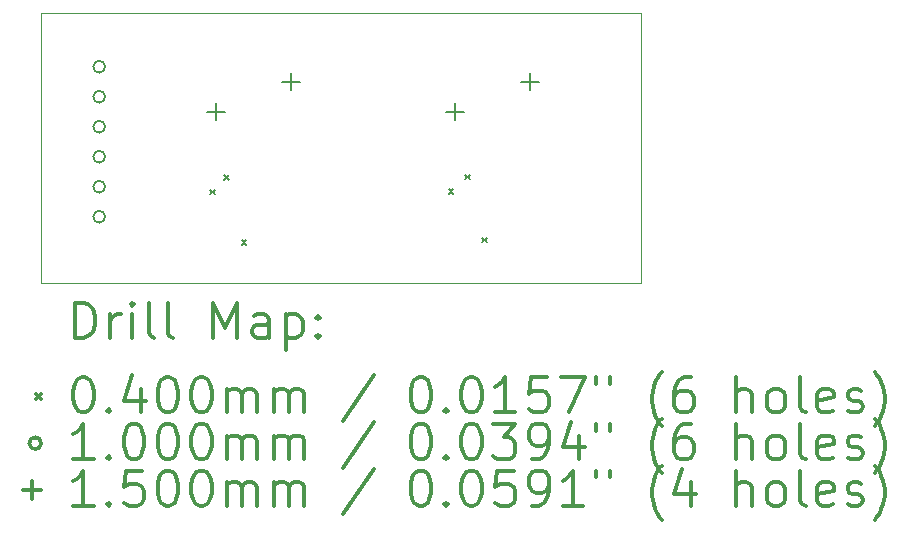
<source format=gbr>
%FSLAX45Y45*%
G04 Gerber Fmt 4.5, Leading zero omitted, Abs format (unit mm)*
G04 Created by KiCad (PCBNEW 5.1.10) date 2021-06-22 00:27:21*
%MOMM*%
%LPD*%
G01*
G04 APERTURE LIST*
%TA.AperFunction,Profile*%
%ADD10C,0.050000*%
%TD*%
%ADD11C,0.200000*%
%ADD12C,0.300000*%
G04 APERTURE END LIST*
D10*
X10922000Y-9652000D02*
X10922000Y-7366000D01*
X16002000Y-9652000D02*
X10922000Y-9652000D01*
X16002000Y-7366000D02*
X16002000Y-9652000D01*
X10922000Y-7366000D02*
X16002000Y-7366000D01*
D11*
X12349800Y-8863650D02*
X12389800Y-8903650D01*
X12389800Y-8863650D02*
X12349800Y-8903650D01*
X12470450Y-8743000D02*
X12510450Y-8783000D01*
X12510450Y-8743000D02*
X12470450Y-8783000D01*
X12616500Y-9289100D02*
X12656500Y-9329100D01*
X12656500Y-9289100D02*
X12616500Y-9329100D01*
X14369100Y-8857300D02*
X14409100Y-8897300D01*
X14409100Y-8857300D02*
X14369100Y-8897300D01*
X14508800Y-8736650D02*
X14548800Y-8776650D01*
X14548800Y-8736650D02*
X14508800Y-8776650D01*
X14654850Y-9270050D02*
X14694850Y-9310050D01*
X14694850Y-9270050D02*
X14654850Y-9310050D01*
X11460950Y-7823200D02*
G75*
G03*
X11460950Y-7823200I-50000J0D01*
G01*
X11460950Y-8077200D02*
G75*
G03*
X11460950Y-8077200I-50000J0D01*
G01*
X11460950Y-8331200D02*
G75*
G03*
X11460950Y-8331200I-50000J0D01*
G01*
X11460950Y-8585200D02*
G75*
G03*
X11460950Y-8585200I-50000J0D01*
G01*
X11460950Y-8839200D02*
G75*
G03*
X11460950Y-8839200I-50000J0D01*
G01*
X11460950Y-9093200D02*
G75*
G03*
X11460950Y-9093200I-50000J0D01*
G01*
X12401100Y-8127150D02*
X12401100Y-8277150D01*
X12326100Y-8202150D02*
X12476100Y-8202150D01*
X13036100Y-7873150D02*
X13036100Y-8023150D01*
X12961100Y-7948150D02*
X13111100Y-7948150D01*
X14421100Y-8127150D02*
X14421100Y-8277150D01*
X14346100Y-8202150D02*
X14496100Y-8202150D01*
X15056100Y-7873150D02*
X15056100Y-8023150D01*
X14981100Y-7948150D02*
X15131100Y-7948150D01*
D12*
X11205928Y-10120214D02*
X11205928Y-9820214D01*
X11277357Y-9820214D01*
X11320214Y-9834500D01*
X11348786Y-9863072D01*
X11363071Y-9891643D01*
X11377357Y-9948786D01*
X11377357Y-9991643D01*
X11363071Y-10048786D01*
X11348786Y-10077357D01*
X11320214Y-10105929D01*
X11277357Y-10120214D01*
X11205928Y-10120214D01*
X11505928Y-10120214D02*
X11505928Y-9920214D01*
X11505928Y-9977357D02*
X11520214Y-9948786D01*
X11534500Y-9934500D01*
X11563071Y-9920214D01*
X11591643Y-9920214D01*
X11691643Y-10120214D02*
X11691643Y-9920214D01*
X11691643Y-9820214D02*
X11677357Y-9834500D01*
X11691643Y-9848786D01*
X11705928Y-9834500D01*
X11691643Y-9820214D01*
X11691643Y-9848786D01*
X11877357Y-10120214D02*
X11848786Y-10105929D01*
X11834500Y-10077357D01*
X11834500Y-9820214D01*
X12034500Y-10120214D02*
X12005928Y-10105929D01*
X11991643Y-10077357D01*
X11991643Y-9820214D01*
X12377357Y-10120214D02*
X12377357Y-9820214D01*
X12477357Y-10034500D01*
X12577357Y-9820214D01*
X12577357Y-10120214D01*
X12848786Y-10120214D02*
X12848786Y-9963072D01*
X12834500Y-9934500D01*
X12805928Y-9920214D01*
X12748786Y-9920214D01*
X12720214Y-9934500D01*
X12848786Y-10105929D02*
X12820214Y-10120214D01*
X12748786Y-10120214D01*
X12720214Y-10105929D01*
X12705928Y-10077357D01*
X12705928Y-10048786D01*
X12720214Y-10020214D01*
X12748786Y-10005929D01*
X12820214Y-10005929D01*
X12848786Y-9991643D01*
X12991643Y-9920214D02*
X12991643Y-10220214D01*
X12991643Y-9934500D02*
X13020214Y-9920214D01*
X13077357Y-9920214D01*
X13105928Y-9934500D01*
X13120214Y-9948786D01*
X13134500Y-9977357D01*
X13134500Y-10063072D01*
X13120214Y-10091643D01*
X13105928Y-10105929D01*
X13077357Y-10120214D01*
X13020214Y-10120214D01*
X12991643Y-10105929D01*
X13263071Y-10091643D02*
X13277357Y-10105929D01*
X13263071Y-10120214D01*
X13248786Y-10105929D01*
X13263071Y-10091643D01*
X13263071Y-10120214D01*
X13263071Y-9934500D02*
X13277357Y-9948786D01*
X13263071Y-9963072D01*
X13248786Y-9948786D01*
X13263071Y-9934500D01*
X13263071Y-9963072D01*
X10879500Y-10594500D02*
X10919500Y-10634500D01*
X10919500Y-10594500D02*
X10879500Y-10634500D01*
X11263071Y-10450214D02*
X11291643Y-10450214D01*
X11320214Y-10464500D01*
X11334500Y-10478786D01*
X11348786Y-10507357D01*
X11363071Y-10564500D01*
X11363071Y-10635929D01*
X11348786Y-10693072D01*
X11334500Y-10721643D01*
X11320214Y-10735929D01*
X11291643Y-10750214D01*
X11263071Y-10750214D01*
X11234500Y-10735929D01*
X11220214Y-10721643D01*
X11205928Y-10693072D01*
X11191643Y-10635929D01*
X11191643Y-10564500D01*
X11205928Y-10507357D01*
X11220214Y-10478786D01*
X11234500Y-10464500D01*
X11263071Y-10450214D01*
X11491643Y-10721643D02*
X11505928Y-10735929D01*
X11491643Y-10750214D01*
X11477357Y-10735929D01*
X11491643Y-10721643D01*
X11491643Y-10750214D01*
X11763071Y-10550214D02*
X11763071Y-10750214D01*
X11691643Y-10435929D02*
X11620214Y-10650214D01*
X11805928Y-10650214D01*
X11977357Y-10450214D02*
X12005928Y-10450214D01*
X12034500Y-10464500D01*
X12048786Y-10478786D01*
X12063071Y-10507357D01*
X12077357Y-10564500D01*
X12077357Y-10635929D01*
X12063071Y-10693072D01*
X12048786Y-10721643D01*
X12034500Y-10735929D01*
X12005928Y-10750214D01*
X11977357Y-10750214D01*
X11948786Y-10735929D01*
X11934500Y-10721643D01*
X11920214Y-10693072D01*
X11905928Y-10635929D01*
X11905928Y-10564500D01*
X11920214Y-10507357D01*
X11934500Y-10478786D01*
X11948786Y-10464500D01*
X11977357Y-10450214D01*
X12263071Y-10450214D02*
X12291643Y-10450214D01*
X12320214Y-10464500D01*
X12334500Y-10478786D01*
X12348786Y-10507357D01*
X12363071Y-10564500D01*
X12363071Y-10635929D01*
X12348786Y-10693072D01*
X12334500Y-10721643D01*
X12320214Y-10735929D01*
X12291643Y-10750214D01*
X12263071Y-10750214D01*
X12234500Y-10735929D01*
X12220214Y-10721643D01*
X12205928Y-10693072D01*
X12191643Y-10635929D01*
X12191643Y-10564500D01*
X12205928Y-10507357D01*
X12220214Y-10478786D01*
X12234500Y-10464500D01*
X12263071Y-10450214D01*
X12491643Y-10750214D02*
X12491643Y-10550214D01*
X12491643Y-10578786D02*
X12505928Y-10564500D01*
X12534500Y-10550214D01*
X12577357Y-10550214D01*
X12605928Y-10564500D01*
X12620214Y-10593072D01*
X12620214Y-10750214D01*
X12620214Y-10593072D02*
X12634500Y-10564500D01*
X12663071Y-10550214D01*
X12705928Y-10550214D01*
X12734500Y-10564500D01*
X12748786Y-10593072D01*
X12748786Y-10750214D01*
X12891643Y-10750214D02*
X12891643Y-10550214D01*
X12891643Y-10578786D02*
X12905928Y-10564500D01*
X12934500Y-10550214D01*
X12977357Y-10550214D01*
X13005928Y-10564500D01*
X13020214Y-10593072D01*
X13020214Y-10750214D01*
X13020214Y-10593072D02*
X13034500Y-10564500D01*
X13063071Y-10550214D01*
X13105928Y-10550214D01*
X13134500Y-10564500D01*
X13148786Y-10593072D01*
X13148786Y-10750214D01*
X13734500Y-10435929D02*
X13477357Y-10821643D01*
X14120214Y-10450214D02*
X14148786Y-10450214D01*
X14177357Y-10464500D01*
X14191643Y-10478786D01*
X14205928Y-10507357D01*
X14220214Y-10564500D01*
X14220214Y-10635929D01*
X14205928Y-10693072D01*
X14191643Y-10721643D01*
X14177357Y-10735929D01*
X14148786Y-10750214D01*
X14120214Y-10750214D01*
X14091643Y-10735929D01*
X14077357Y-10721643D01*
X14063071Y-10693072D01*
X14048786Y-10635929D01*
X14048786Y-10564500D01*
X14063071Y-10507357D01*
X14077357Y-10478786D01*
X14091643Y-10464500D01*
X14120214Y-10450214D01*
X14348786Y-10721643D02*
X14363071Y-10735929D01*
X14348786Y-10750214D01*
X14334500Y-10735929D01*
X14348786Y-10721643D01*
X14348786Y-10750214D01*
X14548786Y-10450214D02*
X14577357Y-10450214D01*
X14605928Y-10464500D01*
X14620214Y-10478786D01*
X14634500Y-10507357D01*
X14648786Y-10564500D01*
X14648786Y-10635929D01*
X14634500Y-10693072D01*
X14620214Y-10721643D01*
X14605928Y-10735929D01*
X14577357Y-10750214D01*
X14548786Y-10750214D01*
X14520214Y-10735929D01*
X14505928Y-10721643D01*
X14491643Y-10693072D01*
X14477357Y-10635929D01*
X14477357Y-10564500D01*
X14491643Y-10507357D01*
X14505928Y-10478786D01*
X14520214Y-10464500D01*
X14548786Y-10450214D01*
X14934500Y-10750214D02*
X14763071Y-10750214D01*
X14848786Y-10750214D02*
X14848786Y-10450214D01*
X14820214Y-10493072D01*
X14791643Y-10521643D01*
X14763071Y-10535929D01*
X15205928Y-10450214D02*
X15063071Y-10450214D01*
X15048786Y-10593072D01*
X15063071Y-10578786D01*
X15091643Y-10564500D01*
X15163071Y-10564500D01*
X15191643Y-10578786D01*
X15205928Y-10593072D01*
X15220214Y-10621643D01*
X15220214Y-10693072D01*
X15205928Y-10721643D01*
X15191643Y-10735929D01*
X15163071Y-10750214D01*
X15091643Y-10750214D01*
X15063071Y-10735929D01*
X15048786Y-10721643D01*
X15320214Y-10450214D02*
X15520214Y-10450214D01*
X15391643Y-10750214D01*
X15620214Y-10450214D02*
X15620214Y-10507357D01*
X15734500Y-10450214D02*
X15734500Y-10507357D01*
X16177357Y-10864500D02*
X16163071Y-10850214D01*
X16134500Y-10807357D01*
X16120214Y-10778786D01*
X16105928Y-10735929D01*
X16091643Y-10664500D01*
X16091643Y-10607357D01*
X16105928Y-10535929D01*
X16120214Y-10493072D01*
X16134500Y-10464500D01*
X16163071Y-10421643D01*
X16177357Y-10407357D01*
X16420214Y-10450214D02*
X16363071Y-10450214D01*
X16334500Y-10464500D01*
X16320214Y-10478786D01*
X16291643Y-10521643D01*
X16277357Y-10578786D01*
X16277357Y-10693072D01*
X16291643Y-10721643D01*
X16305928Y-10735929D01*
X16334500Y-10750214D01*
X16391643Y-10750214D01*
X16420214Y-10735929D01*
X16434500Y-10721643D01*
X16448786Y-10693072D01*
X16448786Y-10621643D01*
X16434500Y-10593072D01*
X16420214Y-10578786D01*
X16391643Y-10564500D01*
X16334500Y-10564500D01*
X16305928Y-10578786D01*
X16291643Y-10593072D01*
X16277357Y-10621643D01*
X16805928Y-10750214D02*
X16805928Y-10450214D01*
X16934500Y-10750214D02*
X16934500Y-10593072D01*
X16920214Y-10564500D01*
X16891643Y-10550214D01*
X16848786Y-10550214D01*
X16820214Y-10564500D01*
X16805928Y-10578786D01*
X17120214Y-10750214D02*
X17091643Y-10735929D01*
X17077357Y-10721643D01*
X17063071Y-10693072D01*
X17063071Y-10607357D01*
X17077357Y-10578786D01*
X17091643Y-10564500D01*
X17120214Y-10550214D01*
X17163071Y-10550214D01*
X17191643Y-10564500D01*
X17205928Y-10578786D01*
X17220214Y-10607357D01*
X17220214Y-10693072D01*
X17205928Y-10721643D01*
X17191643Y-10735929D01*
X17163071Y-10750214D01*
X17120214Y-10750214D01*
X17391643Y-10750214D02*
X17363071Y-10735929D01*
X17348786Y-10707357D01*
X17348786Y-10450214D01*
X17620214Y-10735929D02*
X17591643Y-10750214D01*
X17534500Y-10750214D01*
X17505928Y-10735929D01*
X17491643Y-10707357D01*
X17491643Y-10593072D01*
X17505928Y-10564500D01*
X17534500Y-10550214D01*
X17591643Y-10550214D01*
X17620214Y-10564500D01*
X17634500Y-10593072D01*
X17634500Y-10621643D01*
X17491643Y-10650214D01*
X17748786Y-10735929D02*
X17777357Y-10750214D01*
X17834500Y-10750214D01*
X17863071Y-10735929D01*
X17877357Y-10707357D01*
X17877357Y-10693072D01*
X17863071Y-10664500D01*
X17834500Y-10650214D01*
X17791643Y-10650214D01*
X17763071Y-10635929D01*
X17748786Y-10607357D01*
X17748786Y-10593072D01*
X17763071Y-10564500D01*
X17791643Y-10550214D01*
X17834500Y-10550214D01*
X17863071Y-10564500D01*
X17977357Y-10864500D02*
X17991643Y-10850214D01*
X18020214Y-10807357D01*
X18034500Y-10778786D01*
X18048786Y-10735929D01*
X18063071Y-10664500D01*
X18063071Y-10607357D01*
X18048786Y-10535929D01*
X18034500Y-10493072D01*
X18020214Y-10464500D01*
X17991643Y-10421643D01*
X17977357Y-10407357D01*
X10919500Y-11010500D02*
G75*
G03*
X10919500Y-11010500I-50000J0D01*
G01*
X11363071Y-11146214D02*
X11191643Y-11146214D01*
X11277357Y-11146214D02*
X11277357Y-10846214D01*
X11248786Y-10889072D01*
X11220214Y-10917643D01*
X11191643Y-10931929D01*
X11491643Y-11117643D02*
X11505928Y-11131929D01*
X11491643Y-11146214D01*
X11477357Y-11131929D01*
X11491643Y-11117643D01*
X11491643Y-11146214D01*
X11691643Y-10846214D02*
X11720214Y-10846214D01*
X11748786Y-10860500D01*
X11763071Y-10874786D01*
X11777357Y-10903357D01*
X11791643Y-10960500D01*
X11791643Y-11031929D01*
X11777357Y-11089072D01*
X11763071Y-11117643D01*
X11748786Y-11131929D01*
X11720214Y-11146214D01*
X11691643Y-11146214D01*
X11663071Y-11131929D01*
X11648786Y-11117643D01*
X11634500Y-11089072D01*
X11620214Y-11031929D01*
X11620214Y-10960500D01*
X11634500Y-10903357D01*
X11648786Y-10874786D01*
X11663071Y-10860500D01*
X11691643Y-10846214D01*
X11977357Y-10846214D02*
X12005928Y-10846214D01*
X12034500Y-10860500D01*
X12048786Y-10874786D01*
X12063071Y-10903357D01*
X12077357Y-10960500D01*
X12077357Y-11031929D01*
X12063071Y-11089072D01*
X12048786Y-11117643D01*
X12034500Y-11131929D01*
X12005928Y-11146214D01*
X11977357Y-11146214D01*
X11948786Y-11131929D01*
X11934500Y-11117643D01*
X11920214Y-11089072D01*
X11905928Y-11031929D01*
X11905928Y-10960500D01*
X11920214Y-10903357D01*
X11934500Y-10874786D01*
X11948786Y-10860500D01*
X11977357Y-10846214D01*
X12263071Y-10846214D02*
X12291643Y-10846214D01*
X12320214Y-10860500D01*
X12334500Y-10874786D01*
X12348786Y-10903357D01*
X12363071Y-10960500D01*
X12363071Y-11031929D01*
X12348786Y-11089072D01*
X12334500Y-11117643D01*
X12320214Y-11131929D01*
X12291643Y-11146214D01*
X12263071Y-11146214D01*
X12234500Y-11131929D01*
X12220214Y-11117643D01*
X12205928Y-11089072D01*
X12191643Y-11031929D01*
X12191643Y-10960500D01*
X12205928Y-10903357D01*
X12220214Y-10874786D01*
X12234500Y-10860500D01*
X12263071Y-10846214D01*
X12491643Y-11146214D02*
X12491643Y-10946214D01*
X12491643Y-10974786D02*
X12505928Y-10960500D01*
X12534500Y-10946214D01*
X12577357Y-10946214D01*
X12605928Y-10960500D01*
X12620214Y-10989072D01*
X12620214Y-11146214D01*
X12620214Y-10989072D02*
X12634500Y-10960500D01*
X12663071Y-10946214D01*
X12705928Y-10946214D01*
X12734500Y-10960500D01*
X12748786Y-10989072D01*
X12748786Y-11146214D01*
X12891643Y-11146214D02*
X12891643Y-10946214D01*
X12891643Y-10974786D02*
X12905928Y-10960500D01*
X12934500Y-10946214D01*
X12977357Y-10946214D01*
X13005928Y-10960500D01*
X13020214Y-10989072D01*
X13020214Y-11146214D01*
X13020214Y-10989072D02*
X13034500Y-10960500D01*
X13063071Y-10946214D01*
X13105928Y-10946214D01*
X13134500Y-10960500D01*
X13148786Y-10989072D01*
X13148786Y-11146214D01*
X13734500Y-10831929D02*
X13477357Y-11217643D01*
X14120214Y-10846214D02*
X14148786Y-10846214D01*
X14177357Y-10860500D01*
X14191643Y-10874786D01*
X14205928Y-10903357D01*
X14220214Y-10960500D01*
X14220214Y-11031929D01*
X14205928Y-11089072D01*
X14191643Y-11117643D01*
X14177357Y-11131929D01*
X14148786Y-11146214D01*
X14120214Y-11146214D01*
X14091643Y-11131929D01*
X14077357Y-11117643D01*
X14063071Y-11089072D01*
X14048786Y-11031929D01*
X14048786Y-10960500D01*
X14063071Y-10903357D01*
X14077357Y-10874786D01*
X14091643Y-10860500D01*
X14120214Y-10846214D01*
X14348786Y-11117643D02*
X14363071Y-11131929D01*
X14348786Y-11146214D01*
X14334500Y-11131929D01*
X14348786Y-11117643D01*
X14348786Y-11146214D01*
X14548786Y-10846214D02*
X14577357Y-10846214D01*
X14605928Y-10860500D01*
X14620214Y-10874786D01*
X14634500Y-10903357D01*
X14648786Y-10960500D01*
X14648786Y-11031929D01*
X14634500Y-11089072D01*
X14620214Y-11117643D01*
X14605928Y-11131929D01*
X14577357Y-11146214D01*
X14548786Y-11146214D01*
X14520214Y-11131929D01*
X14505928Y-11117643D01*
X14491643Y-11089072D01*
X14477357Y-11031929D01*
X14477357Y-10960500D01*
X14491643Y-10903357D01*
X14505928Y-10874786D01*
X14520214Y-10860500D01*
X14548786Y-10846214D01*
X14748786Y-10846214D02*
X14934500Y-10846214D01*
X14834500Y-10960500D01*
X14877357Y-10960500D01*
X14905928Y-10974786D01*
X14920214Y-10989072D01*
X14934500Y-11017643D01*
X14934500Y-11089072D01*
X14920214Y-11117643D01*
X14905928Y-11131929D01*
X14877357Y-11146214D01*
X14791643Y-11146214D01*
X14763071Y-11131929D01*
X14748786Y-11117643D01*
X15077357Y-11146214D02*
X15134500Y-11146214D01*
X15163071Y-11131929D01*
X15177357Y-11117643D01*
X15205928Y-11074786D01*
X15220214Y-11017643D01*
X15220214Y-10903357D01*
X15205928Y-10874786D01*
X15191643Y-10860500D01*
X15163071Y-10846214D01*
X15105928Y-10846214D01*
X15077357Y-10860500D01*
X15063071Y-10874786D01*
X15048786Y-10903357D01*
X15048786Y-10974786D01*
X15063071Y-11003357D01*
X15077357Y-11017643D01*
X15105928Y-11031929D01*
X15163071Y-11031929D01*
X15191643Y-11017643D01*
X15205928Y-11003357D01*
X15220214Y-10974786D01*
X15477357Y-10946214D02*
X15477357Y-11146214D01*
X15405928Y-10831929D02*
X15334500Y-11046214D01*
X15520214Y-11046214D01*
X15620214Y-10846214D02*
X15620214Y-10903357D01*
X15734500Y-10846214D02*
X15734500Y-10903357D01*
X16177357Y-11260500D02*
X16163071Y-11246214D01*
X16134500Y-11203357D01*
X16120214Y-11174786D01*
X16105928Y-11131929D01*
X16091643Y-11060500D01*
X16091643Y-11003357D01*
X16105928Y-10931929D01*
X16120214Y-10889072D01*
X16134500Y-10860500D01*
X16163071Y-10817643D01*
X16177357Y-10803357D01*
X16420214Y-10846214D02*
X16363071Y-10846214D01*
X16334500Y-10860500D01*
X16320214Y-10874786D01*
X16291643Y-10917643D01*
X16277357Y-10974786D01*
X16277357Y-11089072D01*
X16291643Y-11117643D01*
X16305928Y-11131929D01*
X16334500Y-11146214D01*
X16391643Y-11146214D01*
X16420214Y-11131929D01*
X16434500Y-11117643D01*
X16448786Y-11089072D01*
X16448786Y-11017643D01*
X16434500Y-10989072D01*
X16420214Y-10974786D01*
X16391643Y-10960500D01*
X16334500Y-10960500D01*
X16305928Y-10974786D01*
X16291643Y-10989072D01*
X16277357Y-11017643D01*
X16805928Y-11146214D02*
X16805928Y-10846214D01*
X16934500Y-11146214D02*
X16934500Y-10989072D01*
X16920214Y-10960500D01*
X16891643Y-10946214D01*
X16848786Y-10946214D01*
X16820214Y-10960500D01*
X16805928Y-10974786D01*
X17120214Y-11146214D02*
X17091643Y-11131929D01*
X17077357Y-11117643D01*
X17063071Y-11089072D01*
X17063071Y-11003357D01*
X17077357Y-10974786D01*
X17091643Y-10960500D01*
X17120214Y-10946214D01*
X17163071Y-10946214D01*
X17191643Y-10960500D01*
X17205928Y-10974786D01*
X17220214Y-11003357D01*
X17220214Y-11089072D01*
X17205928Y-11117643D01*
X17191643Y-11131929D01*
X17163071Y-11146214D01*
X17120214Y-11146214D01*
X17391643Y-11146214D02*
X17363071Y-11131929D01*
X17348786Y-11103357D01*
X17348786Y-10846214D01*
X17620214Y-11131929D02*
X17591643Y-11146214D01*
X17534500Y-11146214D01*
X17505928Y-11131929D01*
X17491643Y-11103357D01*
X17491643Y-10989072D01*
X17505928Y-10960500D01*
X17534500Y-10946214D01*
X17591643Y-10946214D01*
X17620214Y-10960500D01*
X17634500Y-10989072D01*
X17634500Y-11017643D01*
X17491643Y-11046214D01*
X17748786Y-11131929D02*
X17777357Y-11146214D01*
X17834500Y-11146214D01*
X17863071Y-11131929D01*
X17877357Y-11103357D01*
X17877357Y-11089072D01*
X17863071Y-11060500D01*
X17834500Y-11046214D01*
X17791643Y-11046214D01*
X17763071Y-11031929D01*
X17748786Y-11003357D01*
X17748786Y-10989072D01*
X17763071Y-10960500D01*
X17791643Y-10946214D01*
X17834500Y-10946214D01*
X17863071Y-10960500D01*
X17977357Y-11260500D02*
X17991643Y-11246214D01*
X18020214Y-11203357D01*
X18034500Y-11174786D01*
X18048786Y-11131929D01*
X18063071Y-11060500D01*
X18063071Y-11003357D01*
X18048786Y-10931929D01*
X18034500Y-10889072D01*
X18020214Y-10860500D01*
X17991643Y-10817643D01*
X17977357Y-10803357D01*
X10844500Y-11331500D02*
X10844500Y-11481500D01*
X10769500Y-11406500D02*
X10919500Y-11406500D01*
X11363071Y-11542214D02*
X11191643Y-11542214D01*
X11277357Y-11542214D02*
X11277357Y-11242214D01*
X11248786Y-11285071D01*
X11220214Y-11313643D01*
X11191643Y-11327929D01*
X11491643Y-11513643D02*
X11505928Y-11527929D01*
X11491643Y-11542214D01*
X11477357Y-11527929D01*
X11491643Y-11513643D01*
X11491643Y-11542214D01*
X11777357Y-11242214D02*
X11634500Y-11242214D01*
X11620214Y-11385071D01*
X11634500Y-11370786D01*
X11663071Y-11356500D01*
X11734500Y-11356500D01*
X11763071Y-11370786D01*
X11777357Y-11385071D01*
X11791643Y-11413643D01*
X11791643Y-11485071D01*
X11777357Y-11513643D01*
X11763071Y-11527929D01*
X11734500Y-11542214D01*
X11663071Y-11542214D01*
X11634500Y-11527929D01*
X11620214Y-11513643D01*
X11977357Y-11242214D02*
X12005928Y-11242214D01*
X12034500Y-11256500D01*
X12048786Y-11270786D01*
X12063071Y-11299357D01*
X12077357Y-11356500D01*
X12077357Y-11427929D01*
X12063071Y-11485071D01*
X12048786Y-11513643D01*
X12034500Y-11527929D01*
X12005928Y-11542214D01*
X11977357Y-11542214D01*
X11948786Y-11527929D01*
X11934500Y-11513643D01*
X11920214Y-11485071D01*
X11905928Y-11427929D01*
X11905928Y-11356500D01*
X11920214Y-11299357D01*
X11934500Y-11270786D01*
X11948786Y-11256500D01*
X11977357Y-11242214D01*
X12263071Y-11242214D02*
X12291643Y-11242214D01*
X12320214Y-11256500D01*
X12334500Y-11270786D01*
X12348786Y-11299357D01*
X12363071Y-11356500D01*
X12363071Y-11427929D01*
X12348786Y-11485071D01*
X12334500Y-11513643D01*
X12320214Y-11527929D01*
X12291643Y-11542214D01*
X12263071Y-11542214D01*
X12234500Y-11527929D01*
X12220214Y-11513643D01*
X12205928Y-11485071D01*
X12191643Y-11427929D01*
X12191643Y-11356500D01*
X12205928Y-11299357D01*
X12220214Y-11270786D01*
X12234500Y-11256500D01*
X12263071Y-11242214D01*
X12491643Y-11542214D02*
X12491643Y-11342214D01*
X12491643Y-11370786D02*
X12505928Y-11356500D01*
X12534500Y-11342214D01*
X12577357Y-11342214D01*
X12605928Y-11356500D01*
X12620214Y-11385071D01*
X12620214Y-11542214D01*
X12620214Y-11385071D02*
X12634500Y-11356500D01*
X12663071Y-11342214D01*
X12705928Y-11342214D01*
X12734500Y-11356500D01*
X12748786Y-11385071D01*
X12748786Y-11542214D01*
X12891643Y-11542214D02*
X12891643Y-11342214D01*
X12891643Y-11370786D02*
X12905928Y-11356500D01*
X12934500Y-11342214D01*
X12977357Y-11342214D01*
X13005928Y-11356500D01*
X13020214Y-11385071D01*
X13020214Y-11542214D01*
X13020214Y-11385071D02*
X13034500Y-11356500D01*
X13063071Y-11342214D01*
X13105928Y-11342214D01*
X13134500Y-11356500D01*
X13148786Y-11385071D01*
X13148786Y-11542214D01*
X13734500Y-11227929D02*
X13477357Y-11613643D01*
X14120214Y-11242214D02*
X14148786Y-11242214D01*
X14177357Y-11256500D01*
X14191643Y-11270786D01*
X14205928Y-11299357D01*
X14220214Y-11356500D01*
X14220214Y-11427929D01*
X14205928Y-11485071D01*
X14191643Y-11513643D01*
X14177357Y-11527929D01*
X14148786Y-11542214D01*
X14120214Y-11542214D01*
X14091643Y-11527929D01*
X14077357Y-11513643D01*
X14063071Y-11485071D01*
X14048786Y-11427929D01*
X14048786Y-11356500D01*
X14063071Y-11299357D01*
X14077357Y-11270786D01*
X14091643Y-11256500D01*
X14120214Y-11242214D01*
X14348786Y-11513643D02*
X14363071Y-11527929D01*
X14348786Y-11542214D01*
X14334500Y-11527929D01*
X14348786Y-11513643D01*
X14348786Y-11542214D01*
X14548786Y-11242214D02*
X14577357Y-11242214D01*
X14605928Y-11256500D01*
X14620214Y-11270786D01*
X14634500Y-11299357D01*
X14648786Y-11356500D01*
X14648786Y-11427929D01*
X14634500Y-11485071D01*
X14620214Y-11513643D01*
X14605928Y-11527929D01*
X14577357Y-11542214D01*
X14548786Y-11542214D01*
X14520214Y-11527929D01*
X14505928Y-11513643D01*
X14491643Y-11485071D01*
X14477357Y-11427929D01*
X14477357Y-11356500D01*
X14491643Y-11299357D01*
X14505928Y-11270786D01*
X14520214Y-11256500D01*
X14548786Y-11242214D01*
X14920214Y-11242214D02*
X14777357Y-11242214D01*
X14763071Y-11385071D01*
X14777357Y-11370786D01*
X14805928Y-11356500D01*
X14877357Y-11356500D01*
X14905928Y-11370786D01*
X14920214Y-11385071D01*
X14934500Y-11413643D01*
X14934500Y-11485071D01*
X14920214Y-11513643D01*
X14905928Y-11527929D01*
X14877357Y-11542214D01*
X14805928Y-11542214D01*
X14777357Y-11527929D01*
X14763071Y-11513643D01*
X15077357Y-11542214D02*
X15134500Y-11542214D01*
X15163071Y-11527929D01*
X15177357Y-11513643D01*
X15205928Y-11470786D01*
X15220214Y-11413643D01*
X15220214Y-11299357D01*
X15205928Y-11270786D01*
X15191643Y-11256500D01*
X15163071Y-11242214D01*
X15105928Y-11242214D01*
X15077357Y-11256500D01*
X15063071Y-11270786D01*
X15048786Y-11299357D01*
X15048786Y-11370786D01*
X15063071Y-11399357D01*
X15077357Y-11413643D01*
X15105928Y-11427929D01*
X15163071Y-11427929D01*
X15191643Y-11413643D01*
X15205928Y-11399357D01*
X15220214Y-11370786D01*
X15505928Y-11542214D02*
X15334500Y-11542214D01*
X15420214Y-11542214D02*
X15420214Y-11242214D01*
X15391643Y-11285071D01*
X15363071Y-11313643D01*
X15334500Y-11327929D01*
X15620214Y-11242214D02*
X15620214Y-11299357D01*
X15734500Y-11242214D02*
X15734500Y-11299357D01*
X16177357Y-11656500D02*
X16163071Y-11642214D01*
X16134500Y-11599357D01*
X16120214Y-11570786D01*
X16105928Y-11527929D01*
X16091643Y-11456500D01*
X16091643Y-11399357D01*
X16105928Y-11327929D01*
X16120214Y-11285071D01*
X16134500Y-11256500D01*
X16163071Y-11213643D01*
X16177357Y-11199357D01*
X16420214Y-11342214D02*
X16420214Y-11542214D01*
X16348786Y-11227929D02*
X16277357Y-11442214D01*
X16463071Y-11442214D01*
X16805928Y-11542214D02*
X16805928Y-11242214D01*
X16934500Y-11542214D02*
X16934500Y-11385071D01*
X16920214Y-11356500D01*
X16891643Y-11342214D01*
X16848786Y-11342214D01*
X16820214Y-11356500D01*
X16805928Y-11370786D01*
X17120214Y-11542214D02*
X17091643Y-11527929D01*
X17077357Y-11513643D01*
X17063071Y-11485071D01*
X17063071Y-11399357D01*
X17077357Y-11370786D01*
X17091643Y-11356500D01*
X17120214Y-11342214D01*
X17163071Y-11342214D01*
X17191643Y-11356500D01*
X17205928Y-11370786D01*
X17220214Y-11399357D01*
X17220214Y-11485071D01*
X17205928Y-11513643D01*
X17191643Y-11527929D01*
X17163071Y-11542214D01*
X17120214Y-11542214D01*
X17391643Y-11542214D02*
X17363071Y-11527929D01*
X17348786Y-11499357D01*
X17348786Y-11242214D01*
X17620214Y-11527929D02*
X17591643Y-11542214D01*
X17534500Y-11542214D01*
X17505928Y-11527929D01*
X17491643Y-11499357D01*
X17491643Y-11385071D01*
X17505928Y-11356500D01*
X17534500Y-11342214D01*
X17591643Y-11342214D01*
X17620214Y-11356500D01*
X17634500Y-11385071D01*
X17634500Y-11413643D01*
X17491643Y-11442214D01*
X17748786Y-11527929D02*
X17777357Y-11542214D01*
X17834500Y-11542214D01*
X17863071Y-11527929D01*
X17877357Y-11499357D01*
X17877357Y-11485071D01*
X17863071Y-11456500D01*
X17834500Y-11442214D01*
X17791643Y-11442214D01*
X17763071Y-11427929D01*
X17748786Y-11399357D01*
X17748786Y-11385071D01*
X17763071Y-11356500D01*
X17791643Y-11342214D01*
X17834500Y-11342214D01*
X17863071Y-11356500D01*
X17977357Y-11656500D02*
X17991643Y-11642214D01*
X18020214Y-11599357D01*
X18034500Y-11570786D01*
X18048786Y-11527929D01*
X18063071Y-11456500D01*
X18063071Y-11399357D01*
X18048786Y-11327929D01*
X18034500Y-11285071D01*
X18020214Y-11256500D01*
X17991643Y-11213643D01*
X17977357Y-11199357D01*
M02*

</source>
